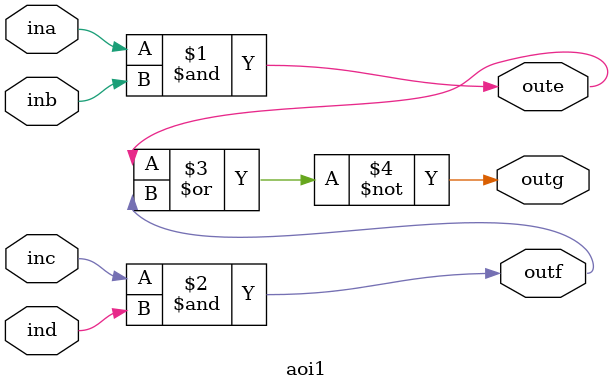
<source format=v>
`timescale 1ns / 1ps

module aoi1(
    input ina, inb, inc, ind,
    output oute, outf, outg
);
    
    assign oute = ina & inb;
    assign outf = inc & ind;
    assign outg = ~(oute | outf);
    
endmodule

</source>
